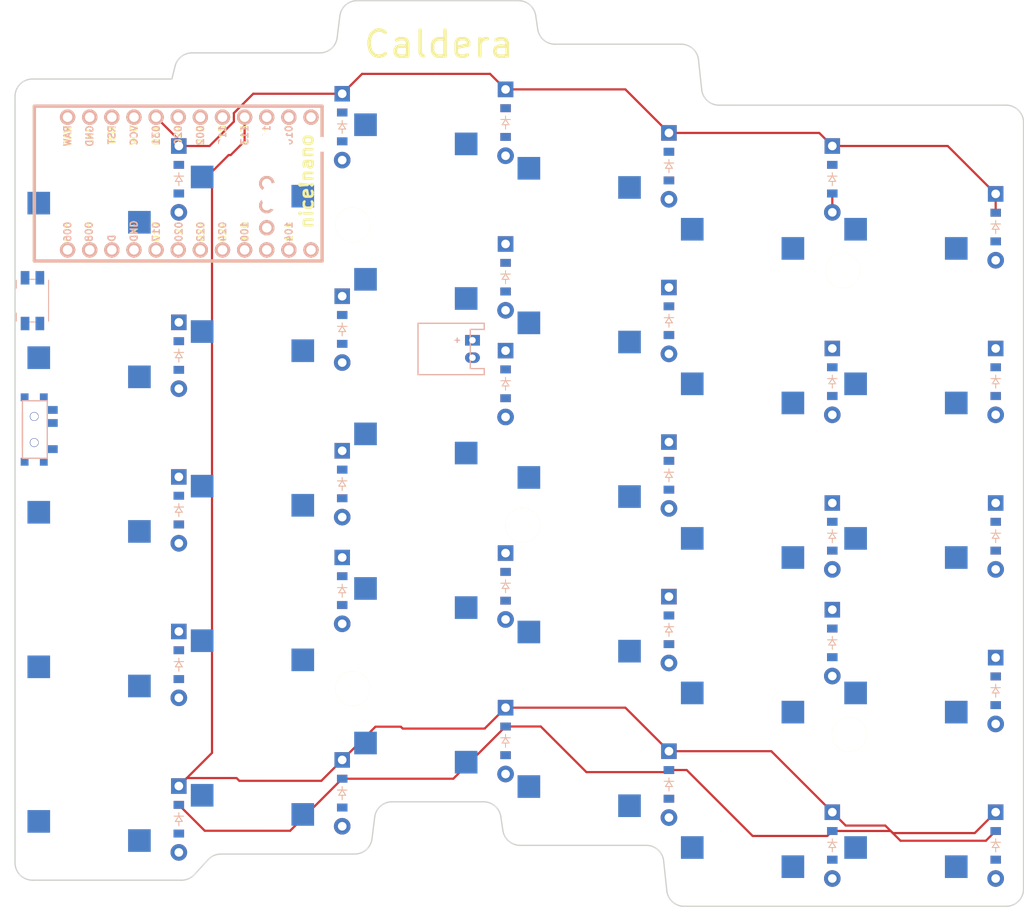
<source format=kicad_pcb>
(kicad_pcb (version 20241229) (generator "pcbnew") (generator_version "9.0")
  (title_block (title "right") (rev "v1.0.0") (company "Unknown"))
  (layers (0 "F.Cu" signal) (2 "B.Cu" signal) (13 "F.Paste" user) (15 "B.Paste" user) (5 "F.SilkS" user) (7 "B.SilkS" user) (1 "F.Mask" user) (3 "B.Mask" user) (25 "Edge.Cuts" user))
  (net 0 "")
  (net 1 "P020")
  (net 2 "mirror_first_mod")
  (net 3 "mirror_first_bottom")
  (net 4 "mirror_first_home")
  (net 5 "mirror_first_top")
  (net 6 "mirror_first_num")
  (net 7 "P022")
  (net 8 "mirror_second_mod")
  (net 9 "mirror_second_bottom")
  (net 10 "mirror_second_home")
  (net 11 "mirror_second_top")
  (net 12 "mirror_second_num")
  (net 13 "P024")
  (net 14 "mirror_third_mod")
  (net 15 "mirror_third_bottom")
  (net 16 "mirror_third_home")
  (net 17 "mirror_third_top")
  (net 18 "mirror_third_num")
  (net 19 "P100")
  (net 20 "mirror_fourth_mod")
  (net 21 "mirror_fourth_bottom")
  (net 22 "mirror_fourth_home")
  (net 23 "mirror_fourth_top")
  (net 24 "mirror_fourth_num")
  (net 25 "P011")
  (net 26 "mirror_fifth_mod")
  (net 27 "mirror_fifth_bottom")
  (net 28 "mirror_fifth_home")
  (net 29 "mirror_fifth_top")
  (net 30 "mirror_fifth_num")
  (net 31 "P017")
  (net 32 "mirror_sixth_mod")
  (net 33 "mirror_sixth_bottom")
  (net 34 "mirror_sixth_home")
  (net 35 "mirror_sixth_top")
  (net 36 "mirror_sixth_num")
  (net 37 "P113")
  (net 38 "P115")
  (net 39 "P002")
  (net 40 "P029")
  (net 41 "P031")
  (net 42 "RAW")
  (net 43 "GND")
  (net 44 "RST")
  (net 45 "VCC")
  (net 46 "P111")
  (net 47 "P010")
  (net 48 "P009")
  (net 49 "P006")
  (net 50 "P008")
  (net 51 "P104")
  (net 52 "P106")
  (net 53 "P101")
  (net 54 "P102")
  (net 55 "P107")
  (net 56 "pos")
  (footprint "E73:SPDT_C128955" (layer "F.Cu") (at 244.95 105.75 90)
    (property "Reference" "T1" (hide yes))
    (property "Value" "" (hide yes))
  )
  (footprint "PG1350" (layer "F.Cu") (at 310 143 180)
    (property "Reference" "S11" (hide yes))
    (property "Value" "" (hide yes))
  )
  (footprint "PG1350" (layer "F.Cu") (at 291.25 84.75 180)
    (property "Reference" "S19" (hide yes))
    (property "Value" "" (hide yes))
  )
  (footprint "ComboDiode" (layer "F.Cu") (at 355.3 118 -90)
    (property "Reference" "D3" (hide yes))
    (property "Value" "" (hide yes))
  )
  (footprint "PG1350" (layer "F.Cu") (at 253.75 93.75 180)
    (property "Reference" "S29" (hide yes))
    (property "Value" "" (hide yes))
  )
  (footprint "ComboDiode" (layer "F.Cu") (at 299.05 123.75 -90)
    (property "Reference" "D15" (hide yes))
    (property "Value" "" (hide yes))
  )
  (footprint "PG1350" (layer "F.Cu") (at 347.5 132.25 180)
    (property "Reference" "S2" (hide yes))
    (property "Value" "" (hide yes))
  )
  (footprint "ComboDiode" (layer "F.Cu") (at 261.55 115 -90)
    (property "Reference" "D23" (hide yes))
    (property "Value" "" (hide yes))
  )
  (footprint "ComboDiode" (layer "F.Cu") (at 355.3 82.5 -90)
    (property "Reference" "D5" (hide yes))
    (property "Value" "" (hide yes))
  )
  (footprint "HOLE_M2_TH" (layer "F.Cu") (at 281.5 82.25)
    (property "Reference" "")
    (property "Value" "")
  )
  (footprint "PG1350" (layer "F.Cu") (at 328.75 96.75 180)
    (property "Reference" "S9" (hide yes))
    (property "Value" "" (hide yes))
  )
  (footprint "ComboDiode" (layer "F.Cu") (at 355.3 100.25 -90)
    (property "Reference" "D4" (hide yes))
    (property "Value" "" (hide yes))
  )
  (footprint "PG1350" (layer "F.Cu") (at 328.75 79 180)
    (property "Reference" "S10" (hide yes))
    (property "Value" "" (hide yes))
  )
  (footprint "ComboDiode" (layer "F.Cu") (at 299.05 141.5 -90)
    (property "Reference" "D14" (hide yes))
    (property "Value" "" (hide yes))
  )
  (footprint "PG1350" (layer "F.Cu") (at 291.25 120.25 180)
    (property "Reference" "S17" (hide yes))
    (property "Value" "" (hide yes))
  )
  (footprint "ComboDiode" (layer "F.Cu") (at 280.3 147.5 -90)
    (property "Reference" "D18" (hide yes))
    (property "Value" "" (hide yes))
  )
  (footprint "PG1350" (layer "F.Cu") (at 253.75 111.5 180)
    (property "Reference" "S28" (hide yes))
    (property "Value" "" (hide yes))
  )
  (footprint "HOLE_M2_TH" (layer "F.Cu") (at 338.5 140.75)
    (property "Reference" "")
    (property "Value" "")
  )
  (footprint "ComboDiode" (layer "F.Cu") (at 317.8 111 -90)
    (property "Reference" "D11" (hide yes))
    (property "Value" "" (hide yes))
  )
  (footprint "ComboDiode" (layer "F.Cu") (at 336.55 77 -90)
    (property "Reference" "D26" (hide yes))
    (property "Value" "" (hide yes))
  )
  (footprint "ComboDiode" (layer "F.Cu") (at 299.05 100.5 -90)
    (property "Reference" "D27" (hide yes))
    (property "Value" "" (hide yes))
  )
  (footprint "PG1350" (layer "F.Cu") (at 253.75 129.25 180)
    (property "Reference" "S27" (hide yes))
    (property "Value" "" (hide yes))
  )
  (footprint "ComboDiode" (layer "F.Cu") (at 280.3 112 -90)
    (property "Reference" "D19" (hide yes))
    (property "Value" "" (hide yes))
  )
  (footprint "PG1350" (layer "F.Cu") (at 328.75 114.5 180)
    (property "Reference" "S8" (hide yes))
    (property "Value" "" (hide yes))
  )
  (footprint "PG1350" (layer "F.Cu") (at 272.5 73 180)
    (property "Reference" "S25" (hide yes))
    (property "Value" "" (hide yes))
  )
  (footprint "ComboDiode" (layer "F.Cu") (at 355.3 153.5 -90)
    (property "Reference" "D1" (hide yes))
    (property "Value" "" (hide yes))
  )
  (footprint "PG1350" (layer "F.Cu") (at 253.75 76 180)
    (property "Reference" "S30" (hide yes))
    (property "Value" "" (hide yes))
  )
  (footprint "PG1350" (layer "F.Cu") (at 347.5 96.75 180)
    (property "Reference" "S4" (hide yes))
    (property "Value" "" (hide yes))
  )
  (footprint "ComboDiode" (layer "F.Cu") (at 261.55 97.25 -90)
    (property "Reference" "D24" (hide yes))
    (property "Value" "" (hide yes))
  )
  (footprint "PG1350" (layer "F.Cu") (at 310 107.5 180)
    (property "Reference" "S13" (hide yes))
    (property "Value" "" (hide yes))
  )
  (footprint "ComboDiode" (layer "F.Cu") (at 280.3 94.25 -90)
    (property "Reference" "D20" (hide yes))
    (property "Value" "" (hide yes))
  )
  (footprint "ComboDiode" (layer "F.Cu") (at 336.55 118 -90)
    (property "Reference" "D7" (hide yes))
    (property "Value" "" (hide yes))
  )
  (footprint "PG1350" (layer "F.Cu") (at 310 89.75 180)
    (property "Reference" "S14" (hide yes))
    (property "Value" "" (hide yes))
  )
  (footprint "PG1350" (layer "F.Cu") (at 328.75 150 180)
    (property "Reference" "S6" (hide yes))
    (property "Value" "" (hide yes))
  )
  (footprint "PG1350" (layer "F.Cu") (at 328.75 132.25 180)
    (property "Reference" "S7" (hide yes))
    (property "Value" "" (hide yes))
  )
  (footprint "ComboDiode" (layer "F.Cu") (at 317.8 128.75 -90)
    (property "Reference" "D10" (hide yes))
    (property "Value" "" (hide yes))
  )
  (footprint "PG1350" (layer "F.Cu") (at 291.25 67 180)
    (property "Reference" "S20" (hide yes))
    (property "Value" "" (hide yes))
  )
  (footprint "PG1350" (layer "F.Cu") (at 347.5 150 180)
    (property "Reference" "S1" (hide yes))
    (property "Value" "" (hide yes))
  )
  (footprint "nice_nano" (layer "F.Cu") (at 262.75 77.5)
    (property "Reference" "MCU1" (hide yes))
    (property "Value" "nice_nano" (hide yes))
  )
  (footprint "ComboDiode" (layer "F.Cu") (at 317.8 93.25 -90)
    (property "Reference" "D12" (hide yes))
    (property "Value" "" (hide yes))
  )
  (footprint "ComboDiode" (layer "F.Cu") (at 355.3 135.75 -90)
    (property "Reference" "D2" (hide yes))
    (property "Value" "" (hide yes))
  )
  (footprint "ComboDiode" (layer "F.Cu") (at 336.55 153.5 -90)
    (property "Reference" "D6" (hide yes))
    (property "Value" "" (hide yes))
  )
  (footprint "PG1350" (layer "F.Cu") (at 310 125.25 180)
    (property "Reference" "S12" (hide yes))
    (property "Value" "" (hide yes))
  )
  (footprint "ComboDiode" (layer "F.Cu") (at 261.55 132.75 -90)
    (property "Reference" "D22" (hide yes))
    (property "Value" "" (hide yes))
  )
  (footprint "ComboDiode" (layer "F.Cu") (at 261.55 77 -90)
    (property "Reference" "D30" (hide yes))
    (property "Value" "" (hide yes))
  )
  (footprint "ComboDiode" (layer "F.Cu") (at 317.8 146.5 -90)
    (property "Reference" "D9" (hide yes))
    (property "Value" "" (hide yes))
  )
  (footprint "JST_PH_S2B-PH-K_02x2.00mm_Angled" (layer "F.Cu") (at 295.25 96.5 -90)
    (property "Reference" "JST1" (hide yes))
    (property "Value" "" (hide yes))
  )
  (footprint "PG1350" (layer "F.Cu") (at 253.75 147 180)
    (property "Reference" "S26" (hide yes))
    (property "Value" "" (hide yes))
  )
  (footprint "ComboDiode" (layer "F.Cu") (at 317.8 75.5 -90)
    (property "Reference" "D13" (hide yes))
    (property "Value" "" (hide yes))
  )
  (footprint "PG1350" (layer "F.Cu") (at 272.5 108.5 180)
    (property "Reference" "S23" (hide yes))
    (property "Value" "" (hide yes))
  )
  (footprint "PG1350" (layer "F.Cu") (at 272.5 126.25 180)
    (property "Reference" "S22" (hide yes))
    (property "Value" "" (hide yes))
  )
  (footprint "Panasonic_EVQPUL_EVQPUC" (layer "F.Cu") (at 244.75 90.95 90)
    (property "Reference" "B1" (hide yes))
    (property "Value" "Panasonic_EVQPUL_EVQPUC" (hide yes))
  )
  (footprint "ComboDiode" (layer "F.Cu") (at 299.05 70.5 -90)
    (property "Reference" "D17" (hide yes))
    (property "Value" "" (hide yes))
  )
  (footprint "PG1350" (layer "F.Cu") (at 291.25 138 180)
    (property "Reference" "S16" (hide yes))
    (property "Value" "" (hide yes))
  )
  (footprint "ComboDiode" (layer "F.Cu") (at 336.55 130.25 -90)
    (property "Reference" "D25" (hide yes))
    (property "Value" "" (hide yes))
  )
  (footprint "PG1350" (layer "F.Cu") (at 347.5 114.5 180)
    (property "Reference" "S3" (hide yes))
    (property "Value" "" (hide yes))
  )
  (footprint "ComboDiode" (layer "F.Cu") (at 336.55 100.25 -90)
    (property "Reference" "D8" (hide yes))
    (property "Value" "" (hide yes))
  )
  (footprint "HOLE_M2_TH" (layer "F.Cu") (at 281.5 135.5)
    (property "Reference" "")
    (property "Value" "")
  )
  (footprint "ComboDiode" (layer "F.Cu") (at 299.05 88.25 -90)
    (property "Reference" "D16" (hide yes))
    (property "Value" "" (hide yes))
  )
  (footprint "PG1350" (layer "F.Cu") (at 291.25 102.5 180)
    (property "Reference" "S18" (hide yes))
    (property "Value" "" (hide yes))
  )
  (footprint "ComboDiode" (layer "F.Cu") (at 280.3 71 -90)
    (property "Reference" "D29" (hide yes))
    (property "Value" "" (hide yes))
  )
  (footprint "PG1350" (layer "F.Cu") (at 310 72 180)
    (property "Reference" "S15" (hide yes))
    (property "Value" "" (hide yes))
  )
  (footprint "PG1350" (layer "F.Cu") (at 272.5 90.75 180)
    (property "Reference" "S24" (hide yes))
    (property "Value" "" (hide yes))
  )
  (footprint "HOLE_M2_TH" (layer "F.Cu") (at 301 116.75)
    (property "Reference" "")
    (property "Value" "")
  )
  (footprint "ComboDiode" (layer "F.Cu") (at 280.3 124.25 -90)
    (property "Reference" "D28" (hide yes))
    (property "Value" "" (hide yes))
  )
  (footprint "ComboDiode" (layer "F.Cu") (at 261.55 150.5 -90)
    (property "Reference" "D21" (hide yes))
    (property "Value" "" (hide yes))
  )
  (footprint "HOLE_M2_TH" (layer "F.Cu") (at 337.75 87.5)
    (property "Reference" "")
    (property "Value" "")
  )
  (footprint "PG1350" (layer "F.Cu") (at 347.5 79 180)
    (property "Reference" "S5" (hide yes))
    (property "Value" "" (hide yes))
  )
  (footprint "PG1350" (layer "F.Cu") (at 272.5 144 180)
    (property "Reference" "S21" (hide yes))
    (property "Value" "" (hide yes))
  )
  (gr_arc (start 283.718992 152.748069) (mid 283.058041 153.999356) (end 281.734436 154.5) (stroke (width 0.15)) (layer "Edge.Cuts"))
  (gr_line (start 300.527625 56.5) (end 282.015564 56.5) (stroke (width 0.15)) (layer "Edge.Cuts"))
  (gr_line (start 302.744502 59.796681) (end 302.505498 58.203319) (stroke (width 0.15)) (layer "Edge.Cuts"))
  (gr_arc (start 280.031008 58.251931) (mid 280.691959 57.000644) (end 282.015564 56.5) (stroke (width 0.15)) (layer "Edge.Cuts"))
  (gr_arc (start 263.344505 156.851449) (mid 262.675523 157.330696) (end 261.870197 157.5) (stroke (width 0.15)) (layer "Edge.Cuts"))
  (gr_line (start 319.547161 160.5) (end 356.5 160.5) (stroke (width 0.15)) (layer "Edge.Cuts"))
  (gr_line (start 277.734436 62.5) (end 263.061502 62.5) (stroke (width 0.15)) (layer "Edge.Cuts"))
  (gr_line (start 280.031009 58.251931) (end 279.718991 60.748069) (stroke (width 0.15)) (layer "Edge.Cuts"))
  (gr_line (start 260.7499 65.5) (end 244.75 65.5) (stroke (width 0.15)) (layer "Edge.Cuts"))
  (gr_arc (start 319.547161 160.5) (mid 318.210399 159.987638) (end 317.558543 158.713066) (stroke (width 0.15)) (layer "Edge.Cuts"))
  (gr_line (start 283.718991 152.748069) (end 284.031009 150.251931) (stroke (width 0.15)) (layer "Edge.Cuts"))
  (gr_arc (start 244.75 157.5) (mid 243.335786 156.914214) (end 242.75 155.5) (stroke (width 0.15)) (layer "Edge.Cuts"))
  (gr_arc (start 315.202839 153.5) (mid 316.539601 154.012362) (end 317.191457 155.286934) (stroke (width 0.15)) (layer "Edge.Cuts"))
  (gr_line (start 358.5 158.5) (end 358.5 70.5) (stroke (width 0.15)) (layer "Edge.Cuts"))
  (gr_arc (start 300.722375 153.5) (mid 299.417262 153.01548) (end 298.744502 151.796681) (stroke (width 0.15)) (layer "Edge.Cuts"))
  (gr_arc (start 279.718992 60.748069) (mid 279.058041 61.999356) (end 277.734436 62.5) (stroke (width 0.15)) (layer "Edge.Cuts"))
  (gr_line (start 356.5 68.5) (end 323.547161 68.5) (stroke (width 0.15)) (layer "Edge.Cuts"))
  (gr_arc (start 242.75 67.5) (mid 243.335786 66.085786) (end 244.75 65.5) (stroke (width 0.15)) (layer "Edge.Cuts"))
  (gr_arc (start 323.547161 68.5) (mid 322.210399 67.987638) (end 321.558543 66.713066) (stroke (width 0.15)) (layer "Edge.Cuts"))
  (gr_line (start 298.505498 150.203319) (end 298.744502 151.796681) (stroke (width 0.15)) (layer "Edge.Cuts"))
  (gr_line (start 319.202839 61.5) (end 304.722375 61.5) (stroke (width 0.15)) (layer "Edge.Cuts"))
  (gr_arc (start 300.527625 56.5) (mid 301.832738 56.98452) (end 302.505498 58.203319) (stroke (width 0.15)) (layer "Edge.Cuts"))
  (gr_arc (start 296.527625 148.5) (mid 297.832738 148.98452) (end 298.505498 150.203319) (stroke (width 0.15)) (layer "Edge.Cuts"))
  (gr_arc (start 358.5 158.5) (mid 357.914214 159.914214) (end 356.5 160.5) (stroke (width 0.15)) (layer "Edge.Cuts"))
  (gr_line (start 244.75 157.5) (end 261.870197 157.5) (stroke (width 0.15)) (layer "Edge.Cuts"))
  (gr_line (start 266.379803 154.5) (end 281.734436 154.5) (stroke (width 0.15)) (layer "Edge.Cuts"))
  (gr_line (start 317.191457 155.286934) (end 317.558543 158.713066) (stroke (width 0.15)) (layer "Edge.Cuts"))
  (gr_arc (start 284.031008 150.251931) (mid 284.691959 149.000644) (end 286.015564 148.5) (stroke (width 0.15)) (layer "Edge.Cuts"))
  (gr_line (start 286.015564 148.5) (end 296.527625 148.5) (stroke (width 0.15)) (layer "Edge.Cuts"))
  (gr_line (start 321.558543 66.713066) (end 321.191457 63.286934) (stroke (width 0.15)) (layer "Edge.Cuts"))
  (gr_line (start 300.722375 153.5) (end 315.202839 153.5) (stroke (width 0.15)) (layer "Edge.Cuts"))
  (gr_arc (start 264.905495 155.148551) (mid 265.574477 154.669304) (end 266.379803 154.5) (stroke (width 0.15)) (layer "Edge.Cuts"))
  (gr_arc (start 304.722375 61.5) (mid 303.417262 61.01548) (end 302.744502 59.796681) (stroke (width 0.15)) (layer "Edge.Cuts"))
  (gr_arc (start 356.5 68.5) (mid 357.914214 69.085786) (end 358.5 70.5) (stroke (width 0.15)) (layer "Edge.Cuts"))
  (gr_line (start 261.121233 64.014868) (end 260.7499 65.5) (stroke (width 0.15)) (layer "Edge.Cuts"))
  (gr_arc (start 261.121232 64.014868) (mid 261.830702 62.92357) (end 263.061502 62.5) (stroke (width 0.15)) (layer "Edge.Cuts"))
  (gr_line (start 263.344505 156.851449) (end 264.905495 155.148551) (stroke (width 0.15)) (layer "Edge.Cuts"))
  (gr_arc (start 319.202839 61.5) (mid 320.539601 62.012362) (end 321.191457 63.286934) (stroke (width 0.15)) (layer "Edge.Cuts"))
  (gr_line (start 242.75 67.5) (end 242.75 155.5) (stroke (width 0.15)) (layer "Edge.Cuts"))
  (gr_text "Caldera" (at 282.55 61.5 0) (layer "F.SilkS") (effects (font (size 3 3) (thickness 0.4)) (justify left)))
  (segment (start 336.55 78.65) (end 336.55 80.81) (width 0.25) (layer "F.Cu") (net 12))
  (segment (start 336.55 151.85) (end 335.976533 152.423467) (width 0.25) (layer "F.Cu") (net 37))
  (segment (start 319.835099 144.85) (end 317.8 144.85) (width 0.25) (layer "F.Cu") (net 37))
  (segment (start 267.2731 74.2269) (end 267.508199 74.2269) (width 0.25) (layer "F.Cu") (net 37))
  (segment (start 262.4669 145.7731) (end 261.55 146.69) (width 0.25) (layer "F.Cu") (net 37))
  (segment (start 299.05 139.85) (end 293.05 145.85) (width 0.25) (layer "F.Cu") (net 37))
  (segment (start 280.3 145.85) (end 274.324 151.826) (width 0.25) (layer "F.Cu") (net 37))
  (segment (start 261.55 146.69) (end 265.3577 142.8823) (width 0.25) (layer "F.Cu") (net 37))
  (segment (start 268.176165 145.7731) (end 262.4669 145.7731) (width 0.25) (layer "F.Cu") (net 37))
  (segment (start 267.508199 74.2269) (end 269.1 72.635099) (width 0.25) (layer "F.Cu") (net 37))
  (segment (start 317.5595 145.0905) (end 308.325599 145.0905) (width 0.25) (layer "F.Cu") (net 37))
  (segment (start 343.253065 151.85) (end 336.55 151.85) (width 0.25) (layer "F.Cu") (net 37))
  (segment (start 354.177065 152.972935) (end 344.376 152.972935) (width 0.25) (layer "F.Cu") (net 37))
  (segment (start 293.05 145.85) (end 280.3 145.85) (width 0.25) (layer "F.Cu") (net 37))
  (segment (start 335.976533 152.423467) (end 327.408566 152.423467) (width 0.25) (layer "F.Cu") (net 37))
  (segment (start 355.3 151.85) (end 354.177065 152.972935) (width 0.25) (layer "F.Cu") (net 37))
  (segment (start 264.526 151.826) (end 261.55 148.85) (width 0.25) (layer "F.Cu") (net 37))
  (segment (start 329.55 142.69) (end 317.8 142.69) (width 0.25) (layer "F.Cu") (net 37))
  (segment (start 352.8995 152.0905) (end 343.493565 152.0905) (width 0.25) (layer "F.Cu") (net 37))
  (segment (start 287.243565 140.0905) (end 287.027065 139.874) (width 0.25) (layer "F.Cu") (net 37))
  (segment (start 265.3577 76.1423) (end 267.2731 74.2269) (width 0.25) (layer "F.Cu") (net 37))
  (segment (start 344.376 152.972935) (end 343.253065 151.85) (width 0.25) (layer "F.Cu") (net 37))
  (segment (start 287.027065 139.874) (end 284.116 139.874) (width 0.25) (layer "F.Cu") (net 37))
  (segment (start 280.3 143.69) (end 277.8995 146.0905) (width 0.25) (layer "F.Cu") (net 37))
  (segment (start 296.6495 140.0905) (end 287.243565 140.0905) (width 0.25) (layer "F.Cu") (net 37))
  (segment (start 338.0869 151.2269) (end 336.55 149.69) (width 0.25) (layer "F.Cu") (net 37))
  (segment (start 274.324 151.826) (end 264.526 151.826) (width 0.25) (layer "F.Cu") (net 37))
  (segment (start 303.085099 139.85) (end 299.05 139.85) (width 0.25) (layer "F.Cu") (net 37))
  (segment (start 299.05 137.69) (end 296.6495 140.0905) (width 0.25) (layer "F.Cu") (net 37))
  (segment (start 269.1 72.635099) (end 269.1 69.88) (width 0.25) (layer "F.Cu") (net 37))
  (segment (start 277.8995 146.0905) (end 268.493565 146.0905) (width 0.25) (layer "F.Cu") (net 37))
  (segment (start 327.408566 152.423467) (end 319.835099 144.85) (width 0.25) (layer "F.Cu") (net 37))
  (segment (start 355.3 149.69) (end 352.8995 152.0905) (width 0.25) (layer "F.Cu") (net 37))
  (segment (start 312.8 137.69) (end 299.05 137.69) (width 0.25) (layer "F.Cu") (net 37))
  (segment (start 265.3577 142.8823) (end 265.3577 76.1423) (width 0.25) (layer "F.Cu") (net 37))
  (segment (start 284.116 139.874) (end 280.3 143.69) (width 0.25) (layer "F.Cu") (net 37))
  (segment (start 268.493565 146.0905) (end 268.176165 145.7731) (width 0.25) (layer "F.Cu") (net 37))
  (segment (start 308.325599 145.0905) (end 303.085099 139.85) (width 0.25) (layer "F.Cu") (net 37))
  (segment (start 317.8 144.85) (end 317.5595 145.0905) (width 0.25) (layer "F.Cu") (net 37))
  (segment (start 336.55 149.69) (end 329.55 142.69) (width 0.25) (layer "F.Cu") (net 37))
  (segment (start 342.629965 151.2269) (end 338.0869 151.2269) (width 0.25) (layer "F.Cu") (net 37))
  (segment (start 343.493565 152.0905) (end 342.629965 151.2269) (width 0.25) (layer "F.Cu") (net 37))
  (segment (start 317.8 142.69) (end 312.8 137.69) (width 0.25) (layer "F.Cu") (net 37))
  (segment (start 267.867549 70.397352) (end 265.074901 73.19) (width 0.25) (layer "F.Cu") (net 41))
  (segment (start 317.8 71.69) (end 335.05 71.69) (width 0.25) (layer "F.Cu") (net 41))
  (segment (start 270.089691 67.19) (end 267.867549 69.412142) (width 0.25) (layer "F.Cu") (net 41))
  (segment (start 261.55 72.49) (end 258.94 69.88) (width 0.25) (layer "F.Cu") (net 41))
  (segment (start 297.2695 64.9095) (end 299.05 66.69) (width 0.25) (layer "F.Cu") (net 41))
  (segment (start 280.3 67.19) (end 270.089691 67.19) (width 0.25) (layer "F.Cu") (net 41))
  (segment (start 280.3 67.19) (end 282.5805 64.9095) (width 0.25) (layer "F.Cu") (net 41))
  (segment (start 336.55 73.19) (end 349.8 73.19) (width 0.25) (layer "F.Cu") (net 41))
  (segment (start 299.05 66.69) (end 312.8 66.69) (width 0.25) (layer "F.Cu") (net 41))
  (segment (start 312.8 66.69) (end 317.8 71.69) (width 0.25) (layer "F.Cu") (net 41))
  (segment (start 355.3 80.85) (end 355.3 78.69) (width 0.25) (layer "F.Cu") (net 41))
  (segment (start 267.867549 69.412142) (end 267.867549 70.397352) (width 0.25) (layer "F.Cu") (net 41))
  (segment (start 261.55 73.19) (end 261.55 72.49) (width 0.25) (layer "F.Cu") (net 41))
  (segment (start 265.074901 73.19) (end 261.55 73.19) (width 0.25) (layer "F.Cu") (net 41))
  (segment (start 282.5805 64.9095) (end 297.2695 64.9095) (width 0.25) (layer "F.Cu") (net 41))
  (segment (start 349.8 73.19) (end 355.3 78.69) (width 0.25) (layer "F.Cu") (net 41))
  (segment (start 335.05 71.69) (end 336.55 73.19) (width 0.25) (layer "F.Cu") (net 41))
)
</source>
